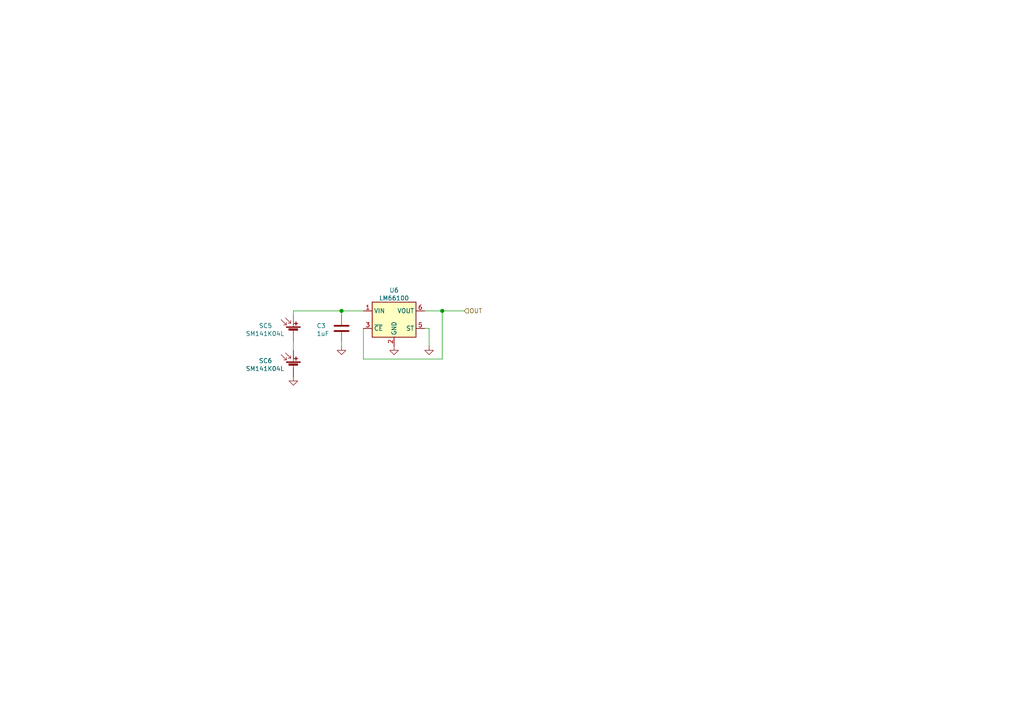
<source format=kicad_sch>
(kicad_sch (version 20210621) (generator eeschema)
  (paper "A4")
  (title_block (title "BUCube - Solar module Z") (date "2021-06-01") (rev "v1.1") (company "VUT") (comment 1 "Author: Petr Malaník"))
  (lib_symbols
    (symbol "Device:C" (pin_numbers hide) (pin_names (offset 0.254))
      (property "Reference" "C" (at 0.635 2.54 0))
      (property "Value" "C" (at 0.635 -2.54 0))
      (symbol "C_0_1"
        (polyline (pts (xy -2.032 -0.762) (xy 2.032 -0.762)) (stroke (width 0.508)))
        (polyline (pts (xy -2.032 0.762) (xy 2.032 0.762)) (stroke (width 0.508)))
      )
      (symbol "C_1_1"
        (pin passive line (at 0 3.81 270) (length 2.794) (name "~") (number "1"))
        (pin passive line (at 0 -3.81 90) (length 2.794) (name "~") (number "2"))
      )
    )
    (symbol "Device:Solar_Cell" (pin_numbers hide) (pin_names (offset 0) hide)
      (property "Reference" "SC" (at 2.54 2.54 0))
      (property "Value" "Solar_Cell" (at 2.54 0 0))
      (symbol "Solar_Cell_0_1"
        (rectangle (start -2.032 1.778) (end 2.032 1.524) (fill (type outline)))
        (rectangle (start -1.3208 1.1938) (end 1.27 0.6858) (fill (type outline)))
        (polyline (pts (xy -2.032 2.286) (xy -3.556 3.81)))
        (polyline (pts (xy -0.762 2.794) (xy -2.286 4.318)))
        (polyline (pts (xy 0 0.762) (xy 0 0)))
        (polyline (pts (xy 0 1.778) (xy 0 2.54)))
        (polyline (pts (xy 0.254 2.667) (xy 1.27 2.667)) (stroke (width 0.254)))
        (polyline (pts (xy 0.762 3.175) (xy 0.762 2.159)) (stroke (width 0.254)))
        (polyline (pts (xy -2.032 3.048) (xy -2.032 2.286) (xy -2.794 2.286)))
        (polyline (pts (xy -0.762 3.556) (xy -0.762 2.794) (xy -1.524 2.794)))
      )
      (symbol "Solar_Cell_1_1"
        (pin passive line (at 0 5.08 270) (length 2.54) (name "+") (number "1"))
        (pin passive line (at 0 -2.54 90) (length 2.54) (name "-") (number "2"))
      )
    )
    (symbol "TCY_power_management:LM66100"
      (property "Reference" "U" (at 0 6.35 0))
      (property "Value" "LM66100" (at 0 8.89 0))
      (symbol "LM66100_0_1"
        (rectangle (start -6.35 5.08) (end 6.35 -5.08) (stroke (width 0.254)) (fill (type background)))
      )
      (symbol "LM66100_1_1"
        (pin power_in line (at -8.89 2.54 0) (length 2.54) (name "VIN") (number "1"))
        (pin passive line (at 0 -7.62 90) (length 2.54) (name "GND") (number "2"))
        (pin input line (at -8.89 -2.54 0) (length 2.54) (name "~{CE}") (number "3"))
        (pin output line (at 8.89 -2.54 180) (length 2.54) (name "ST") (number "5"))
        (pin power_out line (at 8.89 2.54 180) (length 2.54) (name "VOUT") (number "6"))
      )
    )
    (symbol "power:GND" (power) (pin_names (offset 0))
      (property "Value" "GND" (at 0 -3.81 0))
      (symbol "GND_0_1"
        (polyline (pts (xy 0 0) (xy 0 -1.27) (xy 1.27 -1.27) (xy 0 -2.54) (xy -1.27 -1.27) (xy 0 -1.27)))
      )
      (symbol "GND_1_1"
        (pin power_in line (at 0 0 270) (length 0) hide (name "GND") (number "1"))
      )
    )
  )
  (junction (at 99.06 90.17) (diameter 1.016))
  (junction (at 128.27 90.17) (diameter 1.016))
  (wire (pts (xy 85.09 90.17) (xy 85.09 91.44)))
  (wire (pts (xy 85.09 90.17) (xy 99.06 90.17)))
  (wire (pts (xy 85.09 99.06) (xy 85.09 101.6)))
  (wire (pts (xy 99.06 90.17) (xy 99.06 91.44)))
  (wire (pts (xy 99.06 90.17) (xy 105.41 90.17)))
  (wire (pts (xy 99.06 99.06) (xy 99.06 100.33)))
  (wire (pts (xy 105.41 95.25) (xy 105.41 104.14)))
  (wire (pts (xy 105.41 104.14) (xy 128.27 104.14)))
  (wire (pts (xy 124.46 95.25) (xy 123.19 95.25)))
  (wire (pts (xy 124.46 100.33) (xy 124.46 95.25)))
  (wire (pts (xy 128.27 90.17) (xy 123.19 90.17)))
  (wire (pts (xy 128.27 90.17) (xy 134.62 90.17)))
  (wire (pts (xy 128.27 104.14) (xy 128.27 90.17)))
  (hierarchical_label "OUT" (shape input) (at 134.62 90.17 0))
  (symbol (lib_id "power:GND") (at 85.09 109.22 0)
    (property "Reference" "#PWR0145" (effects hide))
    (property "Value" "GND" (effects hide))
  )
  (symbol (lib_id "power:GND") (at 99.06 100.33 0)
    (property "Reference" "#PWR0148" (effects hide))
    (property "Value" "GND" (effects hide))
  )
  (symbol (lib_id "power:GND") (at 114.3 100.33 0)
    (property "Reference" "#PWR0147" (effects hide))
    (property "Value" "GND" (effects hide))
  )
  (symbol (lib_id "power:GND") (at 124.46 100.33 0)
    (property "Reference" "#PWR0146" (effects hide))
    (property "Value" "GND" (effects hide))
  )
  (symbol (lib_id "Device:C") (at 99.06 95.25 0)
    (property "Reference" "C3" (at 91.8211 94.4891 0) (effects (justify left)))
    (property "Value" "1uF" (at 91.8211 96.7878 0) (effects (justify left)))
    (property "Footprint" "Capacitor_SMD:C_0603_1608Metric" (effects hide))
  )
  (symbol (lib_id "Device:Solar_Cell") (at 85.09 96.52 0)
    (property "Reference" "SC5" (at 75.0571 94.4891 0) (effects (justify left)))
    (property "Value" "SM141K04L" (at 71.2471 96.7878 0) (effects (justify left)))
    (property "Footprint" "TCY_solar:SM141K04L" (effects hide))
  )
  (symbol (lib_id "Device:Solar_Cell") (at 85.09 106.68 0)
    (property "Reference" "SC6" (at 75.0571 104.6491 0) (effects (justify left)))
    (property "Value" "SM141K04L" (at 71.2471 106.9478 0) (effects (justify left)))
    (property "Footprint" "TCY_solar:SM141K04L" (effects hide))
  )
  (symbol (lib_id "TCY_power_management:LM66100") (at 114.3 92.71 0)
    (property "Reference" "U6" (at 114.3 84.1968 0))
    (property "Value" "LM66100" (at 114.3 86.4955 0))
    (property "Footprint" "Package_TO_SOT_SMD:SOT-363_SC-70-6" (effects hide))
    (property "Datasheet" "https://www.ti.com/lit/ds/symlink/lm66100.pdf?ts=1611216893994&ref_url=https%253A%252F%252Fwww.google.com%252F" (effects hide))
  )
)
</source>
